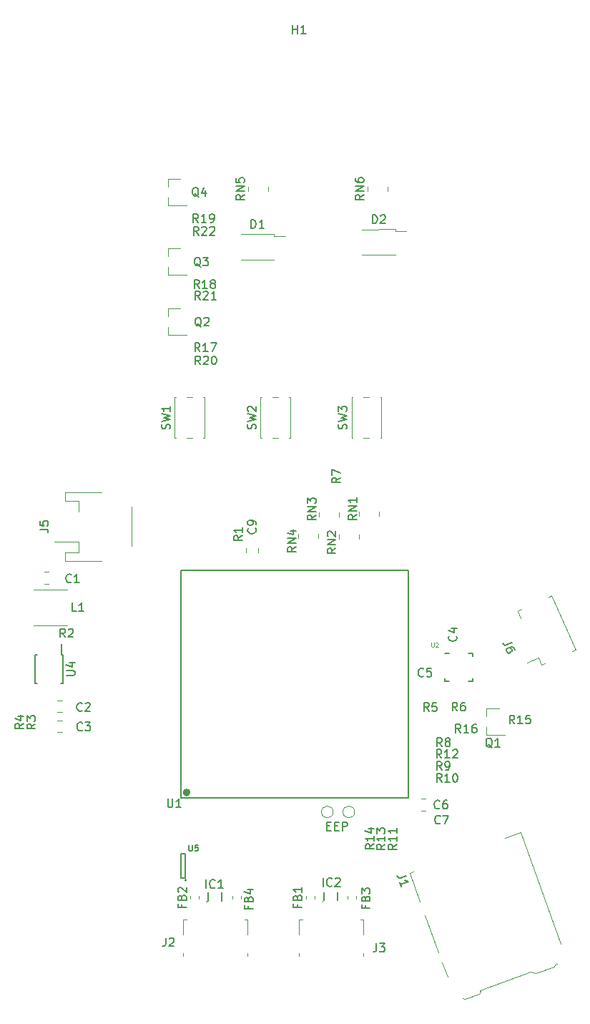
<source format=gbr>
G04 #@! TF.GenerationSoftware,KiCad,Pcbnew,(2018-02-05 revision d1a45d147)-makepkg*
G04 #@! TF.CreationDate,2019-11-12T11:54:18-08:00*
G04 #@! TF.ProjectId,lichen-badge,6C696368656E2D62616467652E6B6963,rev?*
G04 #@! TF.SameCoordinates,Original*
G04 #@! TF.FileFunction,Legend,Top*
G04 #@! TF.FilePolarity,Positive*
%FSLAX46Y46*%
G04 Gerber Fmt 4.6, Leading zero omitted, Abs format (unit mm)*
G04 Created by KiCad (PCBNEW (2018-02-05 revision d1a45d147)-makepkg) date 11/12/19 11:54:18*
%MOMM*%
%LPD*%
G01*
G04 APERTURE LIST*
%ADD10C,0.150000*%
%ADD11C,0.120000*%
%ADD12C,0.127000*%
%ADD13C,0.500000*%
%ADD14C,0.125000*%
G04 APERTURE END LIST*
D10*
X103397513Y-152422551D02*
X103730846Y-152422551D01*
X103873703Y-152946360D02*
X103397513Y-152946360D01*
X103397513Y-151946360D01*
X103873703Y-151946360D01*
X104302275Y-152422551D02*
X104635608Y-152422551D01*
X104778465Y-152946360D02*
X104302275Y-152946360D01*
X104302275Y-151946360D01*
X104778465Y-151946360D01*
X105207037Y-152946360D02*
X105207037Y-151946360D01*
X105587989Y-151946360D01*
X105683227Y-151993980D01*
X105730846Y-152041599D01*
X105778465Y-152136837D01*
X105778465Y-152279694D01*
X105730846Y-152374932D01*
X105683227Y-152422551D01*
X105587989Y-152470170D01*
X105207037Y-152470170D01*
D11*
X95198000Y-120070378D02*
X95198000Y-119553222D01*
X93778000Y-120070378D02*
X93778000Y-119553222D01*
X111450120Y-81813400D02*
X111450120Y-82062000D01*
X112801400Y-82062000D02*
X111449400Y-82062000D01*
X107549400Y-81813400D02*
X111449400Y-81812000D01*
X107549400Y-84812000D02*
X111449400Y-84812000D01*
X97099120Y-82372200D02*
X97099120Y-82620800D01*
X98450400Y-82620800D02*
X97098400Y-82620800D01*
X93198400Y-82372200D02*
X97098400Y-82370800D01*
X93198400Y-85370800D02*
X97098400Y-85370800D01*
X110552400Y-76762800D02*
X110552400Y-77262800D01*
X108192400Y-76762800D02*
X108192400Y-77262800D01*
X96430000Y-76762800D02*
X96430000Y-77262800D01*
X94070000Y-76762800D02*
X94070000Y-77262800D01*
X84584000Y-75831579D02*
X86044000Y-75831579D01*
X84584000Y-78991579D02*
X86744000Y-78991579D01*
X84584000Y-78991579D02*
X84584000Y-78061579D01*
X84584000Y-75831579D02*
X84584000Y-76761579D01*
X84584000Y-84068800D02*
X86044000Y-84068800D01*
X84584000Y-87228800D02*
X86744000Y-87228800D01*
X84584000Y-87228800D02*
X84584000Y-86298800D01*
X84584000Y-84068800D02*
X84584000Y-84998800D01*
X84584000Y-91180800D02*
X86044000Y-91180800D01*
X84584000Y-94340800D02*
X86744000Y-94340800D01*
X84584000Y-94340800D02*
X84584000Y-93410800D01*
X84584000Y-91180800D02*
X84584000Y-92110800D01*
X109786360Y-106534120D02*
X109786360Y-101634120D01*
X106286360Y-101634120D02*
X106286360Y-106534120D01*
X107686360Y-101634120D02*
X108386360Y-101634120D01*
X107686360Y-106534120D02*
X108386360Y-106534120D01*
X106286360Y-106534120D02*
X106386360Y-106534120D01*
X109686360Y-106534120D02*
X109786360Y-106534120D01*
X109786360Y-101634120D02*
X109686360Y-101634120D01*
X106286360Y-101634120D02*
X106386360Y-101634120D01*
X99016760Y-106534120D02*
X99016760Y-101634120D01*
X95516760Y-101634120D02*
X95516760Y-106534120D01*
X96916760Y-101634120D02*
X97616760Y-101634120D01*
X96916760Y-106534120D02*
X97616760Y-106534120D01*
X95516760Y-106534120D02*
X95616760Y-106534120D01*
X98916760Y-106534120D02*
X99016760Y-106534120D01*
X99016760Y-101634120D02*
X98916760Y-101634120D01*
X95516760Y-101634120D02*
X95616760Y-101634120D01*
X88856760Y-106534120D02*
X88856760Y-101634120D01*
X85356760Y-101634120D02*
X85356760Y-106534120D01*
X86756760Y-101634120D02*
X87456760Y-101634120D01*
X86756760Y-106534120D02*
X87456760Y-106534120D01*
X85356760Y-106534120D02*
X85456760Y-106534120D01*
X88756760Y-106534120D02*
X88856760Y-106534120D01*
X88856760Y-101634120D02*
X88756760Y-101634120D01*
X85356760Y-101634120D02*
X85456760Y-101634120D01*
X122272520Y-138495920D02*
X122272520Y-139425920D01*
X122272520Y-141655920D02*
X122272520Y-140725920D01*
X122272520Y-141655920D02*
X124432520Y-141655920D01*
X122272520Y-138495920D02*
X123732520Y-138495920D01*
X124482331Y-153831331D02*
X126286541Y-153174653D01*
X126286541Y-153174653D02*
X131078243Y-166339746D01*
X113581897Y-157798765D02*
X113159035Y-157952674D01*
X113159035Y-157952674D02*
X114393728Y-161344965D01*
X130272525Y-169038046D02*
X128101835Y-169828112D01*
X119691586Y-172889192D02*
X121439415Y-172253035D01*
X119691586Y-172889192D02*
X119435244Y-172769658D01*
X114975162Y-162942442D02*
X116582657Y-167358997D01*
X117027283Y-168580598D02*
X117642919Y-170272044D01*
X121517043Y-171852318D02*
X127502885Y-169673650D01*
X121517043Y-171852318D02*
X121568346Y-171993272D01*
X121439415Y-172253035D02*
X121568346Y-171993272D01*
X130272525Y-169038046D02*
X130392060Y-168781703D01*
X130392060Y-168781703D02*
X130636380Y-168692778D01*
X128101835Y-169828112D02*
X127502885Y-169673650D01*
X106668800Y-150749000D02*
G75*
G03X106668800Y-150749000I-700000J0D01*
G01*
X104128800Y-150749000D02*
G75*
G03X104128800Y-150749000I-700000J0D01*
G01*
X129196810Y-133134594D02*
X128785714Y-133317626D01*
X128785714Y-133317626D02*
X128399315Y-132449757D01*
X128399315Y-132449757D02*
X127038132Y-133055795D01*
X126361856Y-126767182D02*
X125950760Y-126950214D01*
X125950760Y-126950214D02*
X126337160Y-127818082D01*
X132412490Y-131702881D02*
X132823585Y-131519850D01*
X132823585Y-131519850D02*
X129988631Y-125152438D01*
X129988631Y-125152438D02*
X129577536Y-125335469D01*
X93169200Y-161046379D02*
X93169200Y-160720821D01*
X92149200Y-161046379D02*
X92149200Y-160720821D01*
X106859800Y-161046379D02*
X106859800Y-160720821D01*
X105839800Y-161046379D02*
X105839800Y-160720821D01*
X88216200Y-161046379D02*
X88216200Y-160720821D01*
X87196200Y-161046379D02*
X87196200Y-160720821D01*
X101906800Y-161046379D02*
X101906800Y-160720821D01*
X100886800Y-161046379D02*
X100886800Y-160720821D01*
X115066578Y-149200800D02*
X114549422Y-149200800D01*
X115066578Y-150620800D02*
X114549422Y-150620800D01*
X68619620Y-128663120D02*
X72619620Y-128663120D01*
X68619620Y-124463120D02*
X72619620Y-124463120D01*
X71478642Y-141319320D02*
X71995798Y-141319320D01*
X71478642Y-139899320D02*
X71995798Y-139899320D01*
X71478642Y-138957120D02*
X71995798Y-138957120D01*
X71478642Y-137537120D02*
X71995798Y-137537120D01*
X69911462Y-123783160D02*
X70428618Y-123783160D01*
X69911462Y-122363160D02*
X70428618Y-122363160D01*
X102328960Y-117817200D02*
X102328960Y-118317200D01*
X99968960Y-117817200D02*
X99968960Y-118317200D01*
X104804380Y-115325080D02*
X104804380Y-115825080D01*
X102444380Y-115325080D02*
X102444380Y-115825080D01*
X107186200Y-117890860D02*
X107186200Y-118390860D01*
X104826200Y-117890860D02*
X104826200Y-118390860D01*
X109538940Y-115182840D02*
X109538940Y-115682840D01*
X107178940Y-115182840D02*
X107178940Y-115682840D01*
D10*
X71967220Y-132152520D02*
X71967220Y-130902520D01*
X68792220Y-132152520D02*
X68792220Y-135502520D01*
X72142220Y-132152520D02*
X72142220Y-135502520D01*
X68792220Y-132152520D02*
X69042220Y-132152520D01*
X68792220Y-135502520D02*
X69042220Y-135502520D01*
X72142220Y-135502520D02*
X71892220Y-135502520D01*
X72142220Y-132152520D02*
X71967220Y-132152520D01*
D11*
X76657400Y-121027000D02*
X72407400Y-121027000D01*
X72407400Y-121027000D02*
X72407400Y-120007000D01*
X72407400Y-120007000D02*
X74007400Y-120007000D01*
X74007400Y-120007000D02*
X74007400Y-118727000D01*
X74007400Y-118727000D02*
X71117400Y-118727000D01*
X76657400Y-112907000D02*
X72407400Y-112907000D01*
X72407400Y-112907000D02*
X72407400Y-113927000D01*
X72407400Y-113927000D02*
X74007400Y-113927000D01*
X74007400Y-113927000D02*
X74007400Y-115207000D01*
X80227400Y-119307000D02*
X80227400Y-114627000D01*
D10*
X86584600Y-158549000D02*
X86584600Y-155649000D01*
X86584600Y-155649000D02*
X86084600Y-155649000D01*
X86084600Y-155649000D02*
X86084600Y-158549000D01*
X86084600Y-158549000D02*
X86584600Y-158549000D01*
X86734600Y-158799000D02*
G75*
G03X86734600Y-158799000I-100000J0D01*
G01*
D12*
X102887780Y-161350960D02*
G75*
G03X102887780Y-161350960I-22860J0D01*
G01*
X102991920Y-161229040D02*
X102991920Y-160233360D01*
X104627680Y-160233360D02*
X104627680Y-161229040D01*
X89171780Y-161376360D02*
G75*
G03X89171780Y-161376360I-22860J0D01*
G01*
X89275920Y-161254440D02*
X89275920Y-160258760D01*
X90911680Y-160258760D02*
X90911680Y-161254440D01*
D11*
X86360000Y-167750800D02*
X86360000Y-167490800D01*
X86360000Y-165210800D02*
X86360000Y-163440800D01*
X86360000Y-163440800D02*
X86740000Y-163440800D01*
X93980000Y-163440800D02*
X93980000Y-165210800D01*
X93980000Y-167490800D02*
X93980000Y-167750800D01*
X93980000Y-163440800D02*
X93600000Y-163440800D01*
X100076000Y-167750800D02*
X100076000Y-167490800D01*
X100076000Y-165210800D02*
X100076000Y-163440800D01*
X100076000Y-163440800D02*
X100456000Y-163440800D01*
X107696000Y-163440800D02*
X107696000Y-165210800D01*
X107696000Y-167490800D02*
X107696000Y-167750800D01*
X107696000Y-163440800D02*
X107316000Y-163440800D01*
D10*
X86106000Y-149098000D02*
X86106000Y-122174000D01*
X86106000Y-122174000D02*
X113030000Y-122174000D01*
X113030000Y-122174000D02*
X113030000Y-149098000D01*
X113030000Y-149098000D02*
X86106000Y-149098000D01*
D13*
X86968000Y-148436000D02*
G75*
G03X86968000Y-148436000I-200000J0D01*
G01*
D10*
X120606220Y-131999320D02*
X120106220Y-131999320D01*
X120606220Y-135249320D02*
X120106220Y-135249320D01*
X117356220Y-135249320D02*
X117856220Y-135249320D01*
X117356220Y-131999320D02*
X117856220Y-131999320D01*
X120606220Y-135249320D02*
X120606220Y-134924320D01*
X117356220Y-135249320D02*
X117356220Y-134924320D01*
X120606220Y-131999320D02*
X120606220Y-132324320D01*
X94895942Y-117184466D02*
X94943561Y-117232085D01*
X94991180Y-117374942D01*
X94991180Y-117470180D01*
X94943561Y-117613038D01*
X94848323Y-117708276D01*
X94753085Y-117755895D01*
X94562609Y-117803514D01*
X94419752Y-117803514D01*
X94229276Y-117755895D01*
X94134038Y-117708276D01*
X94038800Y-117613038D01*
X93991180Y-117470180D01*
X93991180Y-117374942D01*
X94038800Y-117232085D01*
X94086419Y-117184466D01*
X94991180Y-116708276D02*
X94991180Y-116517800D01*
X94943561Y-116422561D01*
X94895942Y-116374942D01*
X94753085Y-116279704D01*
X94562609Y-116232085D01*
X94181657Y-116232085D01*
X94086419Y-116279704D01*
X94038800Y-116327323D01*
X93991180Y-116422561D01*
X93991180Y-116613038D01*
X94038800Y-116708276D01*
X94086419Y-116755895D01*
X94181657Y-116803514D01*
X94419752Y-116803514D01*
X94514990Y-116755895D01*
X94562609Y-116708276D01*
X94610228Y-116613038D01*
X94610228Y-116422561D01*
X94562609Y-116327323D01*
X94514990Y-116279704D01*
X94419752Y-116232085D01*
X108761304Y-81114380D02*
X108761304Y-80114380D01*
X108999400Y-80114380D01*
X109142257Y-80162000D01*
X109237495Y-80257238D01*
X109285114Y-80352476D01*
X109332733Y-80542952D01*
X109332733Y-80685809D01*
X109285114Y-80876285D01*
X109237495Y-80971523D01*
X109142257Y-81066761D01*
X108999400Y-81114380D01*
X108761304Y-81114380D01*
X109713685Y-80209619D02*
X109761304Y-80162000D01*
X109856542Y-80114380D01*
X110094638Y-80114380D01*
X110189876Y-80162000D01*
X110237495Y-80209619D01*
X110285114Y-80304857D01*
X110285114Y-80400095D01*
X110237495Y-80542952D01*
X109666066Y-81114380D01*
X110285114Y-81114380D01*
X94410304Y-81673180D02*
X94410304Y-80673180D01*
X94648400Y-80673180D01*
X94791257Y-80720800D01*
X94886495Y-80816038D01*
X94934114Y-80911276D01*
X94981733Y-81101752D01*
X94981733Y-81244609D01*
X94934114Y-81435085D01*
X94886495Y-81530323D01*
X94791257Y-81625561D01*
X94648400Y-81673180D01*
X94410304Y-81673180D01*
X95934114Y-81673180D02*
X95362685Y-81673180D01*
X95648400Y-81673180D02*
X95648400Y-80673180D01*
X95553161Y-80816038D01*
X95457923Y-80911276D01*
X95362685Y-80958895D01*
X99314095Y-58636780D02*
X99314095Y-57636780D01*
X99314095Y-58112971D02*
X99885523Y-58112971D01*
X99885523Y-58636780D02*
X99885523Y-57636780D01*
X100885523Y-58636780D02*
X100314095Y-58636780D01*
X100599809Y-58636780D02*
X100599809Y-57636780D01*
X100504571Y-57779638D01*
X100409333Y-57874876D01*
X100314095Y-57922495D01*
X107724780Y-77703276D02*
X107248590Y-78036609D01*
X107724780Y-78274704D02*
X106724780Y-78274704D01*
X106724780Y-77893752D01*
X106772400Y-77798514D01*
X106820019Y-77750895D01*
X106915257Y-77703276D01*
X107058114Y-77703276D01*
X107153352Y-77750895D01*
X107200971Y-77798514D01*
X107248590Y-77893752D01*
X107248590Y-78274704D01*
X107724780Y-77274704D02*
X106724780Y-77274704D01*
X107724780Y-76703276D01*
X106724780Y-76703276D01*
X106724780Y-75798514D02*
X106724780Y-75988990D01*
X106772400Y-76084228D01*
X106820019Y-76131847D01*
X106962876Y-76227085D01*
X107153352Y-76274704D01*
X107534304Y-76274704D01*
X107629542Y-76227085D01*
X107677161Y-76179466D01*
X107724780Y-76084228D01*
X107724780Y-75893752D01*
X107677161Y-75798514D01*
X107629542Y-75750895D01*
X107534304Y-75703276D01*
X107296209Y-75703276D01*
X107200971Y-75750895D01*
X107153352Y-75798514D01*
X107105733Y-75893752D01*
X107105733Y-76084228D01*
X107153352Y-76179466D01*
X107200971Y-76227085D01*
X107296209Y-76274704D01*
X93602380Y-77703276D02*
X93126190Y-78036609D01*
X93602380Y-78274704D02*
X92602380Y-78274704D01*
X92602380Y-77893752D01*
X92650000Y-77798514D01*
X92697619Y-77750895D01*
X92792857Y-77703276D01*
X92935714Y-77703276D01*
X93030952Y-77750895D01*
X93078571Y-77798514D01*
X93126190Y-77893752D01*
X93126190Y-78274704D01*
X93602380Y-77274704D02*
X92602380Y-77274704D01*
X93602380Y-76703276D01*
X92602380Y-76703276D01*
X92602380Y-75750895D02*
X92602380Y-76227085D01*
X93078571Y-76274704D01*
X93030952Y-76227085D01*
X92983333Y-76131847D01*
X92983333Y-75893752D01*
X93030952Y-75798514D01*
X93078571Y-75750895D01*
X93173809Y-75703276D01*
X93411904Y-75703276D01*
X93507142Y-75750895D01*
X93554761Y-75798514D01*
X93602380Y-75893752D01*
X93602380Y-76131847D01*
X93554761Y-76227085D01*
X93507142Y-76274704D01*
X88180942Y-82494380D02*
X87847609Y-82018190D01*
X87609514Y-82494380D02*
X87609514Y-81494380D01*
X87990466Y-81494380D01*
X88085704Y-81542000D01*
X88133323Y-81589619D01*
X88180942Y-81684857D01*
X88180942Y-81827714D01*
X88133323Y-81922952D01*
X88085704Y-81970571D01*
X87990466Y-82018190D01*
X87609514Y-82018190D01*
X88561895Y-81589619D02*
X88609514Y-81542000D01*
X88704752Y-81494380D01*
X88942847Y-81494380D01*
X89038085Y-81542000D01*
X89085704Y-81589619D01*
X89133323Y-81684857D01*
X89133323Y-81780095D01*
X89085704Y-81922952D01*
X88514276Y-82494380D01*
X89133323Y-82494380D01*
X89514276Y-81589619D02*
X89561895Y-81542000D01*
X89657133Y-81494380D01*
X89895228Y-81494380D01*
X89990466Y-81542000D01*
X90038085Y-81589619D01*
X90085704Y-81684857D01*
X90085704Y-81780095D01*
X90038085Y-81922952D01*
X89466657Y-82494380D01*
X90085704Y-82494380D01*
X88358742Y-90139780D02*
X88025409Y-89663590D01*
X87787314Y-90139780D02*
X87787314Y-89139780D01*
X88168266Y-89139780D01*
X88263504Y-89187400D01*
X88311123Y-89235019D01*
X88358742Y-89330257D01*
X88358742Y-89473114D01*
X88311123Y-89568352D01*
X88263504Y-89615971D01*
X88168266Y-89663590D01*
X87787314Y-89663590D01*
X88739695Y-89235019D02*
X88787314Y-89187400D01*
X88882552Y-89139780D01*
X89120647Y-89139780D01*
X89215885Y-89187400D01*
X89263504Y-89235019D01*
X89311123Y-89330257D01*
X89311123Y-89425495D01*
X89263504Y-89568352D01*
X88692076Y-90139780D01*
X89311123Y-90139780D01*
X90263504Y-90139780D02*
X89692076Y-90139780D01*
X89977790Y-90139780D02*
X89977790Y-89139780D01*
X89882552Y-89282638D01*
X89787314Y-89377876D01*
X89692076Y-89425495D01*
X88384142Y-97810580D02*
X88050809Y-97334390D01*
X87812714Y-97810580D02*
X87812714Y-96810580D01*
X88193666Y-96810580D01*
X88288904Y-96858200D01*
X88336523Y-96905819D01*
X88384142Y-97001057D01*
X88384142Y-97143914D01*
X88336523Y-97239152D01*
X88288904Y-97286771D01*
X88193666Y-97334390D01*
X87812714Y-97334390D01*
X88765095Y-96905819D02*
X88812714Y-96858200D01*
X88907952Y-96810580D01*
X89146047Y-96810580D01*
X89241285Y-96858200D01*
X89288904Y-96905819D01*
X89336523Y-97001057D01*
X89336523Y-97096295D01*
X89288904Y-97239152D01*
X88717476Y-97810580D01*
X89336523Y-97810580D01*
X89955571Y-96810580D02*
X90050809Y-96810580D01*
X90146047Y-96858200D01*
X90193666Y-96905819D01*
X90241285Y-97001057D01*
X90288904Y-97191533D01*
X90288904Y-97429628D01*
X90241285Y-97620104D01*
X90193666Y-97715342D01*
X90146047Y-97762961D01*
X90050809Y-97810580D01*
X89955571Y-97810580D01*
X89860333Y-97762961D01*
X89812714Y-97715342D01*
X89765095Y-97620104D01*
X89717476Y-97429628D01*
X89717476Y-97191533D01*
X89765095Y-97001057D01*
X89812714Y-96905819D01*
X89860333Y-96858200D01*
X89955571Y-96810580D01*
X88130142Y-80995780D02*
X87796809Y-80519590D01*
X87558714Y-80995780D02*
X87558714Y-79995780D01*
X87939666Y-79995780D01*
X88034904Y-80043400D01*
X88082523Y-80091019D01*
X88130142Y-80186257D01*
X88130142Y-80329114D01*
X88082523Y-80424352D01*
X88034904Y-80471971D01*
X87939666Y-80519590D01*
X87558714Y-80519590D01*
X89082523Y-80995780D02*
X88511095Y-80995780D01*
X88796809Y-80995780D02*
X88796809Y-79995780D01*
X88701571Y-80138638D01*
X88606333Y-80233876D01*
X88511095Y-80281495D01*
X89558714Y-80995780D02*
X89749190Y-80995780D01*
X89844428Y-80948161D01*
X89892047Y-80900542D01*
X89987285Y-80757685D01*
X90034904Y-80567209D01*
X90034904Y-80186257D01*
X89987285Y-80091019D01*
X89939666Y-80043400D01*
X89844428Y-79995780D01*
X89653952Y-79995780D01*
X89558714Y-80043400D01*
X89511095Y-80091019D01*
X89463476Y-80186257D01*
X89463476Y-80424352D01*
X89511095Y-80519590D01*
X89558714Y-80567209D01*
X89653952Y-80614828D01*
X89844428Y-80614828D01*
X89939666Y-80567209D01*
X89987285Y-80519590D01*
X90034904Y-80424352D01*
X88257142Y-88793580D02*
X87923809Y-88317390D01*
X87685714Y-88793580D02*
X87685714Y-87793580D01*
X88066666Y-87793580D01*
X88161904Y-87841200D01*
X88209523Y-87888819D01*
X88257142Y-87984057D01*
X88257142Y-88126914D01*
X88209523Y-88222152D01*
X88161904Y-88269771D01*
X88066666Y-88317390D01*
X87685714Y-88317390D01*
X89209523Y-88793580D02*
X88638095Y-88793580D01*
X88923809Y-88793580D02*
X88923809Y-87793580D01*
X88828571Y-87936438D01*
X88733333Y-88031676D01*
X88638095Y-88079295D01*
X89780952Y-88222152D02*
X89685714Y-88174533D01*
X89638095Y-88126914D01*
X89590476Y-88031676D01*
X89590476Y-87984057D01*
X89638095Y-87888819D01*
X89685714Y-87841200D01*
X89780952Y-87793580D01*
X89971428Y-87793580D01*
X90066666Y-87841200D01*
X90114285Y-87888819D01*
X90161904Y-87984057D01*
X90161904Y-88031676D01*
X90114285Y-88126914D01*
X90066666Y-88174533D01*
X89971428Y-88222152D01*
X89780952Y-88222152D01*
X89685714Y-88269771D01*
X89638095Y-88317390D01*
X89590476Y-88412628D01*
X89590476Y-88603104D01*
X89638095Y-88698342D01*
X89685714Y-88745961D01*
X89780952Y-88793580D01*
X89971428Y-88793580D01*
X90066666Y-88745961D01*
X90114285Y-88698342D01*
X90161904Y-88603104D01*
X90161904Y-88412628D01*
X90114285Y-88317390D01*
X90066666Y-88269771D01*
X89971428Y-88222152D01*
X88333342Y-96261180D02*
X88000009Y-95784990D01*
X87761914Y-96261180D02*
X87761914Y-95261180D01*
X88142866Y-95261180D01*
X88238104Y-95308800D01*
X88285723Y-95356419D01*
X88333342Y-95451657D01*
X88333342Y-95594514D01*
X88285723Y-95689752D01*
X88238104Y-95737371D01*
X88142866Y-95784990D01*
X87761914Y-95784990D01*
X89285723Y-96261180D02*
X88714295Y-96261180D01*
X89000009Y-96261180D02*
X89000009Y-95261180D01*
X88904771Y-95404038D01*
X88809533Y-95499276D01*
X88714295Y-95546895D01*
X89619057Y-95261180D02*
X90285723Y-95261180D01*
X89857152Y-96261180D01*
X88195161Y-77966819D02*
X88099923Y-77919200D01*
X88004685Y-77823961D01*
X87861828Y-77681104D01*
X87766590Y-77633485D01*
X87671352Y-77633485D01*
X87718971Y-77871580D02*
X87623733Y-77823961D01*
X87528495Y-77728723D01*
X87480876Y-77538247D01*
X87480876Y-77204914D01*
X87528495Y-77014438D01*
X87623733Y-76919200D01*
X87718971Y-76871580D01*
X87909447Y-76871580D01*
X88004685Y-76919200D01*
X88099923Y-77014438D01*
X88147542Y-77204914D01*
X88147542Y-77538247D01*
X88099923Y-77728723D01*
X88004685Y-77823961D01*
X87909447Y-77871580D01*
X87718971Y-77871580D01*
X89004685Y-77204914D02*
X89004685Y-77871580D01*
X88766590Y-76823961D02*
X88528495Y-77538247D01*
X89147542Y-77538247D01*
X88423761Y-86221819D02*
X88328523Y-86174200D01*
X88233285Y-86078961D01*
X88090428Y-85936104D01*
X87995190Y-85888485D01*
X87899952Y-85888485D01*
X87947571Y-86126580D02*
X87852333Y-86078961D01*
X87757095Y-85983723D01*
X87709476Y-85793247D01*
X87709476Y-85459914D01*
X87757095Y-85269438D01*
X87852333Y-85174200D01*
X87947571Y-85126580D01*
X88138047Y-85126580D01*
X88233285Y-85174200D01*
X88328523Y-85269438D01*
X88376142Y-85459914D01*
X88376142Y-85793247D01*
X88328523Y-85983723D01*
X88233285Y-86078961D01*
X88138047Y-86126580D01*
X87947571Y-86126580D01*
X88709476Y-85126580D02*
X89328523Y-85126580D01*
X88995190Y-85507533D01*
X89138047Y-85507533D01*
X89233285Y-85555152D01*
X89280904Y-85602771D01*
X89328523Y-85698009D01*
X89328523Y-85936104D01*
X89280904Y-86031342D01*
X89233285Y-86078961D01*
X89138047Y-86126580D01*
X88852333Y-86126580D01*
X88757095Y-86078961D01*
X88709476Y-86031342D01*
X88499961Y-93333819D02*
X88404723Y-93286200D01*
X88309485Y-93190961D01*
X88166628Y-93048104D01*
X88071390Y-93000485D01*
X87976152Y-93000485D01*
X88023771Y-93238580D02*
X87928533Y-93190961D01*
X87833295Y-93095723D01*
X87785676Y-92905247D01*
X87785676Y-92571914D01*
X87833295Y-92381438D01*
X87928533Y-92286200D01*
X88023771Y-92238580D01*
X88214247Y-92238580D01*
X88309485Y-92286200D01*
X88404723Y-92381438D01*
X88452342Y-92571914D01*
X88452342Y-92905247D01*
X88404723Y-93095723D01*
X88309485Y-93190961D01*
X88214247Y-93238580D01*
X88023771Y-93238580D01*
X88833295Y-92333819D02*
X88880914Y-92286200D01*
X88976152Y-92238580D01*
X89214247Y-92238580D01*
X89309485Y-92286200D01*
X89357104Y-92333819D01*
X89404723Y-92429057D01*
X89404723Y-92524295D01*
X89357104Y-92667152D01*
X88785676Y-93238580D01*
X89404723Y-93238580D01*
X105691121Y-105417453D02*
X105738740Y-105274596D01*
X105738740Y-105036500D01*
X105691121Y-104941262D01*
X105643502Y-104893643D01*
X105548264Y-104846024D01*
X105453026Y-104846024D01*
X105357788Y-104893643D01*
X105310169Y-104941262D01*
X105262550Y-105036500D01*
X105214931Y-105226977D01*
X105167312Y-105322215D01*
X105119693Y-105369834D01*
X105024455Y-105417453D01*
X104929217Y-105417453D01*
X104833979Y-105369834D01*
X104786360Y-105322215D01*
X104738740Y-105226977D01*
X104738740Y-104988881D01*
X104786360Y-104846024D01*
X104738740Y-104512691D02*
X105738740Y-104274596D01*
X105024455Y-104084120D01*
X105738740Y-103893643D01*
X104738740Y-103655548D01*
X104738740Y-103369834D02*
X104738740Y-102750786D01*
X105119693Y-103084120D01*
X105119693Y-102941262D01*
X105167312Y-102846024D01*
X105214931Y-102798405D01*
X105310169Y-102750786D01*
X105548264Y-102750786D01*
X105643502Y-102798405D01*
X105691121Y-102846024D01*
X105738740Y-102941262D01*
X105738740Y-103226977D01*
X105691121Y-103322215D01*
X105643502Y-103369834D01*
X94921521Y-105417453D02*
X94969140Y-105274596D01*
X94969140Y-105036500D01*
X94921521Y-104941262D01*
X94873902Y-104893643D01*
X94778664Y-104846024D01*
X94683426Y-104846024D01*
X94588188Y-104893643D01*
X94540569Y-104941262D01*
X94492950Y-105036500D01*
X94445331Y-105226977D01*
X94397712Y-105322215D01*
X94350093Y-105369834D01*
X94254855Y-105417453D01*
X94159617Y-105417453D01*
X94064379Y-105369834D01*
X94016760Y-105322215D01*
X93969140Y-105226977D01*
X93969140Y-104988881D01*
X94016760Y-104846024D01*
X93969140Y-104512691D02*
X94969140Y-104274596D01*
X94254855Y-104084120D01*
X94969140Y-103893643D01*
X93969140Y-103655548D01*
X94064379Y-103322215D02*
X94016760Y-103274596D01*
X93969140Y-103179358D01*
X93969140Y-102941262D01*
X94016760Y-102846024D01*
X94064379Y-102798405D01*
X94159617Y-102750786D01*
X94254855Y-102750786D01*
X94397712Y-102798405D01*
X94969140Y-103369834D01*
X94969140Y-102750786D01*
X84761521Y-105417453D02*
X84809140Y-105274596D01*
X84809140Y-105036500D01*
X84761521Y-104941262D01*
X84713902Y-104893643D01*
X84618664Y-104846024D01*
X84523426Y-104846024D01*
X84428188Y-104893643D01*
X84380569Y-104941262D01*
X84332950Y-105036500D01*
X84285331Y-105226977D01*
X84237712Y-105322215D01*
X84190093Y-105369834D01*
X84094855Y-105417453D01*
X83999617Y-105417453D01*
X83904379Y-105369834D01*
X83856760Y-105322215D01*
X83809140Y-105226977D01*
X83809140Y-104988881D01*
X83856760Y-104846024D01*
X83809140Y-104512691D02*
X84809140Y-104274596D01*
X84094855Y-104084120D01*
X84809140Y-103893643D01*
X83809140Y-103655548D01*
X84809140Y-102750786D02*
X84809140Y-103322215D01*
X84809140Y-103036500D02*
X83809140Y-103036500D01*
X83951998Y-103131739D01*
X84047236Y-103226977D01*
X84094855Y-103322215D01*
X122937281Y-143123539D02*
X122842043Y-143075920D01*
X122746805Y-142980681D01*
X122603948Y-142837824D01*
X122508710Y-142790205D01*
X122413472Y-142790205D01*
X122461091Y-143028300D02*
X122365853Y-142980681D01*
X122270615Y-142885443D01*
X122222996Y-142694967D01*
X122222996Y-142361634D01*
X122270615Y-142171158D01*
X122365853Y-142075920D01*
X122461091Y-142028300D01*
X122651567Y-142028300D01*
X122746805Y-142075920D01*
X122842043Y-142171158D01*
X122889662Y-142361634D01*
X122889662Y-142694967D01*
X122842043Y-142885443D01*
X122746805Y-142980681D01*
X122651567Y-143028300D01*
X122461091Y-143028300D01*
X123842043Y-143028300D02*
X123270615Y-143028300D01*
X123556329Y-143028300D02*
X123556329Y-142028300D01*
X123461091Y-142171158D01*
X123365853Y-142266396D01*
X123270615Y-142314015D01*
X119207042Y-141362360D02*
X118873709Y-140886170D01*
X118635614Y-141362360D02*
X118635614Y-140362360D01*
X119016566Y-140362360D01*
X119111804Y-140409980D01*
X119159423Y-140457599D01*
X119207042Y-140552837D01*
X119207042Y-140695694D01*
X119159423Y-140790932D01*
X119111804Y-140838551D01*
X119016566Y-140886170D01*
X118635614Y-140886170D01*
X120159423Y-141362360D02*
X119587995Y-141362360D01*
X119873709Y-141362360D02*
X119873709Y-140362360D01*
X119778471Y-140505218D01*
X119683233Y-140600456D01*
X119587995Y-140648075D01*
X121016566Y-140362360D02*
X120826090Y-140362360D01*
X120730852Y-140409980D01*
X120683233Y-140457599D01*
X120587995Y-140600456D01*
X120540376Y-140790932D01*
X120540376Y-141171884D01*
X120587995Y-141267122D01*
X120635614Y-141314741D01*
X120730852Y-141362360D01*
X120921328Y-141362360D01*
X121016566Y-141314741D01*
X121064185Y-141267122D01*
X121111804Y-141171884D01*
X121111804Y-140933789D01*
X121064185Y-140838551D01*
X121016566Y-140790932D01*
X120921328Y-140743313D01*
X120730852Y-140743313D01*
X120635614Y-140790932D01*
X120587995Y-140838551D01*
X120540376Y-140933789D01*
X125579902Y-140313340D02*
X125246569Y-139837150D01*
X125008474Y-140313340D02*
X125008474Y-139313340D01*
X125389426Y-139313340D01*
X125484664Y-139360960D01*
X125532283Y-139408579D01*
X125579902Y-139503817D01*
X125579902Y-139646674D01*
X125532283Y-139741912D01*
X125484664Y-139789531D01*
X125389426Y-139837150D01*
X125008474Y-139837150D01*
X126532283Y-140313340D02*
X125960855Y-140313340D01*
X126246569Y-140313340D02*
X126246569Y-139313340D01*
X126151331Y-139456198D01*
X126056093Y-139551436D01*
X125960855Y-139599055D01*
X127437045Y-139313340D02*
X126960855Y-139313340D01*
X126913236Y-139789531D01*
X126960855Y-139741912D01*
X127056093Y-139694293D01*
X127294188Y-139694293D01*
X127389426Y-139741912D01*
X127437045Y-139789531D01*
X127484664Y-139884769D01*
X127484664Y-140122864D01*
X127437045Y-140218102D01*
X127389426Y-140265721D01*
X127294188Y-140313340D01*
X127056093Y-140313340D01*
X126960855Y-140265721D01*
X126913236Y-140218102D01*
X117000993Y-142997180D02*
X116667660Y-142520990D01*
X116429564Y-142997180D02*
X116429564Y-141997180D01*
X116810517Y-141997180D01*
X116905755Y-142044800D01*
X116953374Y-142092419D01*
X117000993Y-142187657D01*
X117000993Y-142330514D01*
X116953374Y-142425752D01*
X116905755Y-142473371D01*
X116810517Y-142520990D01*
X116429564Y-142520990D01*
X117572421Y-142425752D02*
X117477183Y-142378133D01*
X117429564Y-142330514D01*
X117381945Y-142235276D01*
X117381945Y-142187657D01*
X117429564Y-142092419D01*
X117477183Y-142044800D01*
X117572421Y-141997180D01*
X117762898Y-141997180D01*
X117858136Y-142044800D01*
X117905755Y-142092419D01*
X117953374Y-142187657D01*
X117953374Y-142235276D01*
X117905755Y-142330514D01*
X117858136Y-142378133D01*
X117762898Y-142425752D01*
X117572421Y-142425752D01*
X117477183Y-142473371D01*
X117429564Y-142520990D01*
X117381945Y-142616228D01*
X117381945Y-142806704D01*
X117429564Y-142901942D01*
X117477183Y-142949561D01*
X117572421Y-142997180D01*
X117762898Y-142997180D01*
X117858136Y-142949561D01*
X117905755Y-142901942D01*
X117953374Y-142806704D01*
X117953374Y-142616228D01*
X117905755Y-142520990D01*
X117858136Y-142473371D01*
X117762898Y-142425752D01*
X112755151Y-158297258D02*
X112083942Y-158541558D01*
X111933414Y-158545671D01*
X111811346Y-158488750D01*
X111717739Y-158370794D01*
X111685165Y-158281300D01*
X112157479Y-159578971D02*
X111962039Y-159042003D01*
X112059759Y-159310487D02*
X112999451Y-158968467D01*
X112832636Y-158927832D01*
X112710568Y-158870911D01*
X112633248Y-158797703D01*
X125275496Y-130700789D02*
X124622963Y-130991315D01*
X124473088Y-131005918D01*
X124347347Y-130957650D01*
X124245740Y-130846512D01*
X124207003Y-130759508D01*
X125643495Y-131527330D02*
X125566022Y-131353321D01*
X125483783Y-131285685D01*
X125420912Y-131261551D01*
X125251669Y-131232652D01*
X125058292Y-131266624D01*
X124710274Y-131421571D01*
X124642638Y-131503810D01*
X124618505Y-131566681D01*
X124613739Y-131673053D01*
X124691213Y-131847062D01*
X124773452Y-131914698D01*
X124836323Y-131938832D01*
X124942695Y-131943597D01*
X125160206Y-131846755D01*
X125227842Y-131764516D01*
X125251976Y-131701645D01*
X125256741Y-131595273D01*
X125179268Y-131421264D01*
X125097029Y-131353628D01*
X125034158Y-131329494D01*
X124927785Y-131324729D01*
X93337640Y-118040446D02*
X92861450Y-118373780D01*
X93337640Y-118611875D02*
X92337640Y-118611875D01*
X92337640Y-118230922D01*
X92385260Y-118135684D01*
X92432879Y-118088065D01*
X92528117Y-118040446D01*
X92670974Y-118040446D01*
X92766212Y-118088065D01*
X92813831Y-118135684D01*
X92861450Y-118230922D01*
X92861450Y-118611875D01*
X93337640Y-117088065D02*
X93337640Y-117659494D01*
X93337640Y-117373780D02*
X92337640Y-117373780D01*
X92480498Y-117469018D01*
X92575736Y-117564256D01*
X92623355Y-117659494D01*
X94086371Y-161894733D02*
X94086371Y-162228066D01*
X94610180Y-162228066D02*
X93610180Y-162228066D01*
X93610180Y-161751876D01*
X94086371Y-161037590D02*
X94133990Y-160894733D01*
X94181609Y-160847114D01*
X94276847Y-160799495D01*
X94419704Y-160799495D01*
X94514942Y-160847114D01*
X94562561Y-160894733D01*
X94610180Y-160989971D01*
X94610180Y-161370923D01*
X93610180Y-161370923D01*
X93610180Y-161037590D01*
X93657800Y-160942352D01*
X93705419Y-160894733D01*
X93800657Y-160847114D01*
X93895895Y-160847114D01*
X93991133Y-160894733D01*
X94038752Y-160942352D01*
X94086371Y-161037590D01*
X94086371Y-161370923D01*
X93943514Y-159942352D02*
X94610180Y-159942352D01*
X93562561Y-160180447D02*
X94276847Y-160418542D01*
X94276847Y-159799495D01*
X107954771Y-161818533D02*
X107954771Y-162151866D01*
X108478580Y-162151866D02*
X107478580Y-162151866D01*
X107478580Y-161675676D01*
X107954771Y-160961390D02*
X108002390Y-160818533D01*
X108050009Y-160770914D01*
X108145247Y-160723295D01*
X108288104Y-160723295D01*
X108383342Y-160770914D01*
X108430961Y-160818533D01*
X108478580Y-160913771D01*
X108478580Y-161294723D01*
X107478580Y-161294723D01*
X107478580Y-160961390D01*
X107526200Y-160866152D01*
X107573819Y-160818533D01*
X107669057Y-160770914D01*
X107764295Y-160770914D01*
X107859533Y-160818533D01*
X107907152Y-160866152D01*
X107954771Y-160961390D01*
X107954771Y-161294723D01*
X107478580Y-160389961D02*
X107478580Y-159770914D01*
X107859533Y-160104247D01*
X107859533Y-159961390D01*
X107907152Y-159866152D01*
X107954771Y-159818533D01*
X108050009Y-159770914D01*
X108288104Y-159770914D01*
X108383342Y-159818533D01*
X108430961Y-159866152D01*
X108478580Y-159961390D01*
X108478580Y-160247104D01*
X108430961Y-160342342D01*
X108383342Y-160389961D01*
X86204771Y-161716933D02*
X86204771Y-162050266D01*
X86728580Y-162050266D02*
X85728580Y-162050266D01*
X85728580Y-161574076D01*
X86204771Y-160859790D02*
X86252390Y-160716933D01*
X86300009Y-160669314D01*
X86395247Y-160621695D01*
X86538104Y-160621695D01*
X86633342Y-160669314D01*
X86680961Y-160716933D01*
X86728580Y-160812171D01*
X86728580Y-161193123D01*
X85728580Y-161193123D01*
X85728580Y-160859790D01*
X85776200Y-160764552D01*
X85823819Y-160716933D01*
X85919057Y-160669314D01*
X86014295Y-160669314D01*
X86109533Y-160716933D01*
X86157152Y-160764552D01*
X86204771Y-160859790D01*
X86204771Y-161193123D01*
X85823819Y-160240742D02*
X85776200Y-160193123D01*
X85728580Y-160097885D01*
X85728580Y-159859790D01*
X85776200Y-159764552D01*
X85823819Y-159716933D01*
X85919057Y-159669314D01*
X86014295Y-159669314D01*
X86157152Y-159716933D01*
X86728580Y-160288361D01*
X86728580Y-159669314D01*
X99895371Y-161716933D02*
X99895371Y-162050266D01*
X100419180Y-162050266D02*
X99419180Y-162050266D01*
X99419180Y-161574076D01*
X99895371Y-160859790D02*
X99942990Y-160716933D01*
X99990609Y-160669314D01*
X100085847Y-160621695D01*
X100228704Y-160621695D01*
X100323942Y-160669314D01*
X100371561Y-160716933D01*
X100419180Y-160812171D01*
X100419180Y-161193123D01*
X99419180Y-161193123D01*
X99419180Y-160859790D01*
X99466800Y-160764552D01*
X99514419Y-160716933D01*
X99609657Y-160669314D01*
X99704895Y-160669314D01*
X99800133Y-160716933D01*
X99847752Y-160764552D01*
X99895371Y-160859790D01*
X99895371Y-161193123D01*
X100419180Y-159669314D02*
X100419180Y-160240742D01*
X100419180Y-159955028D02*
X99419180Y-159955028D01*
X99562038Y-160050266D01*
X99657276Y-160145504D01*
X99704895Y-160240742D01*
X104965760Y-111195006D02*
X104489570Y-111528340D01*
X104965760Y-111766435D02*
X103965760Y-111766435D01*
X103965760Y-111385482D01*
X104013380Y-111290244D01*
X104060999Y-111242625D01*
X104156237Y-111195006D01*
X104299094Y-111195006D01*
X104394332Y-111242625D01*
X104441951Y-111290244D01*
X104489570Y-111385482D01*
X104489570Y-111766435D01*
X103965760Y-110861673D02*
X103965760Y-110195006D01*
X104965760Y-110623578D01*
X116785093Y-152071342D02*
X116737474Y-152118961D01*
X116594617Y-152166580D01*
X116499379Y-152166580D01*
X116356521Y-152118961D01*
X116261283Y-152023723D01*
X116213664Y-151928485D01*
X116166045Y-151738009D01*
X116166045Y-151595152D01*
X116213664Y-151404676D01*
X116261283Y-151309438D01*
X116356521Y-151214200D01*
X116499379Y-151166580D01*
X116594617Y-151166580D01*
X116737474Y-151214200D01*
X116785093Y-151261819D01*
X117118426Y-151166580D02*
X117785093Y-151166580D01*
X117356521Y-152166580D01*
X116708893Y-150273022D02*
X116661274Y-150320641D01*
X116518417Y-150368260D01*
X116423179Y-150368260D01*
X116280321Y-150320641D01*
X116185083Y-150225403D01*
X116137464Y-150130165D01*
X116089845Y-149939689D01*
X116089845Y-149796832D01*
X116137464Y-149606356D01*
X116185083Y-149511118D01*
X116280321Y-149415880D01*
X116423179Y-149368260D01*
X116518417Y-149368260D01*
X116661274Y-149415880D01*
X116708893Y-149463499D01*
X117566036Y-149368260D02*
X117375560Y-149368260D01*
X117280321Y-149415880D01*
X117232702Y-149463499D01*
X117137464Y-149606356D01*
X117089845Y-149796832D01*
X117089845Y-150177784D01*
X117137464Y-150273022D01*
X117185083Y-150320641D01*
X117280321Y-150368260D01*
X117470798Y-150368260D01*
X117566036Y-150320641D01*
X117613655Y-150273022D01*
X117661274Y-150177784D01*
X117661274Y-149939689D01*
X117613655Y-149844451D01*
X117566036Y-149796832D01*
X117470798Y-149749213D01*
X117280321Y-149749213D01*
X117185083Y-149796832D01*
X117137464Y-149844451D01*
X117089845Y-149939689D01*
X108935780Y-154538917D02*
X108459590Y-154872250D01*
X108935780Y-155110345D02*
X107935780Y-155110345D01*
X107935780Y-154729393D01*
X107983400Y-154634155D01*
X108031019Y-154586536D01*
X108126257Y-154538917D01*
X108269114Y-154538917D01*
X108364352Y-154586536D01*
X108411971Y-154634155D01*
X108459590Y-154729393D01*
X108459590Y-155110345D01*
X108935780Y-153586536D02*
X108935780Y-154157964D01*
X108935780Y-153872250D02*
X107935780Y-153872250D01*
X108078638Y-153967488D01*
X108173876Y-154062726D01*
X108221495Y-154157964D01*
X108269114Y-152729393D02*
X108935780Y-152729393D01*
X107888161Y-152967488D02*
X108602447Y-153205583D01*
X108602447Y-152586536D01*
X110254040Y-154564317D02*
X109777850Y-154897650D01*
X110254040Y-155135745D02*
X109254040Y-155135745D01*
X109254040Y-154754793D01*
X109301660Y-154659555D01*
X109349279Y-154611936D01*
X109444517Y-154564317D01*
X109587374Y-154564317D01*
X109682612Y-154611936D01*
X109730231Y-154659555D01*
X109777850Y-154754793D01*
X109777850Y-155135745D01*
X110254040Y-153611936D02*
X110254040Y-154183364D01*
X110254040Y-153897650D02*
X109254040Y-153897650D01*
X109396898Y-153992888D01*
X109492136Y-154088126D01*
X109539755Y-154183364D01*
X109254040Y-153278602D02*
X109254040Y-152659555D01*
X109634993Y-152992888D01*
X109634993Y-152850031D01*
X109682612Y-152754793D01*
X109730231Y-152707174D01*
X109825469Y-152659555D01*
X110063564Y-152659555D01*
X110158802Y-152707174D01*
X110206421Y-152754793D01*
X110254040Y-152850031D01*
X110254040Y-153135745D01*
X110206421Y-153230983D01*
X110158802Y-153278602D01*
X116941362Y-144361160D02*
X116608029Y-143884970D01*
X116369934Y-144361160D02*
X116369934Y-143361160D01*
X116750886Y-143361160D01*
X116846124Y-143408780D01*
X116893743Y-143456399D01*
X116941362Y-143551637D01*
X116941362Y-143694494D01*
X116893743Y-143789732D01*
X116846124Y-143837351D01*
X116750886Y-143884970D01*
X116369934Y-143884970D01*
X117893743Y-144361160D02*
X117322315Y-144361160D01*
X117608029Y-144361160D02*
X117608029Y-143361160D01*
X117512791Y-143504018D01*
X117417553Y-143599256D01*
X117322315Y-143646875D01*
X118274696Y-143456399D02*
X118322315Y-143408780D01*
X118417553Y-143361160D01*
X118655648Y-143361160D01*
X118750886Y-143408780D01*
X118798505Y-143456399D01*
X118846124Y-143551637D01*
X118846124Y-143646875D01*
X118798505Y-143789732D01*
X118227077Y-144361160D01*
X118846124Y-144361160D01*
X111623100Y-154564317D02*
X111146910Y-154897650D01*
X111623100Y-155135745D02*
X110623100Y-155135745D01*
X110623100Y-154754793D01*
X110670720Y-154659555D01*
X110718339Y-154611936D01*
X110813577Y-154564317D01*
X110956434Y-154564317D01*
X111051672Y-154611936D01*
X111099291Y-154659555D01*
X111146910Y-154754793D01*
X111146910Y-155135745D01*
X111623100Y-153611936D02*
X111623100Y-154183364D01*
X111623100Y-153897650D02*
X110623100Y-153897650D01*
X110765958Y-153992888D01*
X110861196Y-154088126D01*
X110908815Y-154183364D01*
X111623100Y-152659555D02*
X111623100Y-153230983D01*
X111623100Y-152945269D02*
X110623100Y-152945269D01*
X110765958Y-153040507D01*
X110861196Y-153135745D01*
X110908815Y-153230983D01*
X116956602Y-147211040D02*
X116623269Y-146734850D01*
X116385174Y-147211040D02*
X116385174Y-146211040D01*
X116766126Y-146211040D01*
X116861364Y-146258660D01*
X116908983Y-146306279D01*
X116956602Y-146401517D01*
X116956602Y-146544374D01*
X116908983Y-146639612D01*
X116861364Y-146687231D01*
X116766126Y-146734850D01*
X116385174Y-146734850D01*
X117908983Y-147211040D02*
X117337555Y-147211040D01*
X117623269Y-147211040D02*
X117623269Y-146211040D01*
X117528031Y-146353898D01*
X117432793Y-146449136D01*
X117337555Y-146496755D01*
X118528031Y-146211040D02*
X118623269Y-146211040D01*
X118718507Y-146258660D01*
X118766126Y-146306279D01*
X118813745Y-146401517D01*
X118861364Y-146591993D01*
X118861364Y-146830088D01*
X118813745Y-147020564D01*
X118766126Y-147115802D01*
X118718507Y-147163421D01*
X118623269Y-147211040D01*
X118528031Y-147211040D01*
X118432793Y-147163421D01*
X118385174Y-147115802D01*
X118337555Y-147020564D01*
X118289936Y-146830088D01*
X118289936Y-146591993D01*
X118337555Y-146401517D01*
X118385174Y-146306279D01*
X118432793Y-146258660D01*
X118528031Y-146211040D01*
X116970513Y-145786100D02*
X116637180Y-145309910D01*
X116399084Y-145786100D02*
X116399084Y-144786100D01*
X116780037Y-144786100D01*
X116875275Y-144833720D01*
X116922894Y-144881339D01*
X116970513Y-144976577D01*
X116970513Y-145119434D01*
X116922894Y-145214672D01*
X116875275Y-145262291D01*
X116780037Y-145309910D01*
X116399084Y-145309910D01*
X117446703Y-145786100D02*
X117637180Y-145786100D01*
X117732418Y-145738481D01*
X117780037Y-145690862D01*
X117875275Y-145548005D01*
X117922894Y-145357529D01*
X117922894Y-144976577D01*
X117875275Y-144881339D01*
X117827656Y-144833720D01*
X117732418Y-144786100D01*
X117541941Y-144786100D01*
X117446703Y-144833720D01*
X117399084Y-144881339D01*
X117351465Y-144976577D01*
X117351465Y-145214672D01*
X117399084Y-145309910D01*
X117446703Y-145357529D01*
X117541941Y-145405148D01*
X117732418Y-145405148D01*
X117827656Y-145357529D01*
X117875275Y-145309910D01*
X117922894Y-145214672D01*
X67457580Y-140293386D02*
X66981390Y-140626720D01*
X67457580Y-140864815D02*
X66457580Y-140864815D01*
X66457580Y-140483862D01*
X66505200Y-140388624D01*
X66552819Y-140341005D01*
X66648057Y-140293386D01*
X66790914Y-140293386D01*
X66886152Y-140341005D01*
X66933771Y-140388624D01*
X66981390Y-140483862D01*
X66981390Y-140864815D01*
X66790914Y-139436243D02*
X67457580Y-139436243D01*
X66409961Y-139674339D02*
X67124247Y-139912434D01*
X67124247Y-139293386D01*
X68854580Y-140318786D02*
X68378390Y-140652120D01*
X68854580Y-140890215D02*
X67854580Y-140890215D01*
X67854580Y-140509262D01*
X67902200Y-140414024D01*
X67949819Y-140366405D01*
X68045057Y-140318786D01*
X68187914Y-140318786D01*
X68283152Y-140366405D01*
X68330771Y-140414024D01*
X68378390Y-140509262D01*
X68378390Y-140890215D01*
X67854580Y-139985453D02*
X67854580Y-139366405D01*
X68235533Y-139699739D01*
X68235533Y-139556881D01*
X68283152Y-139461643D01*
X68330771Y-139414024D01*
X68426009Y-139366405D01*
X68664104Y-139366405D01*
X68759342Y-139414024D01*
X68806961Y-139461643D01*
X68854580Y-139556881D01*
X68854580Y-139842596D01*
X68806961Y-139937834D01*
X68759342Y-139985453D01*
X72383353Y-130063500D02*
X72050020Y-129587310D01*
X71811924Y-130063500D02*
X71811924Y-129063500D01*
X72192877Y-129063500D01*
X72288115Y-129111120D01*
X72335734Y-129158739D01*
X72383353Y-129253977D01*
X72383353Y-129396834D01*
X72335734Y-129492072D01*
X72288115Y-129539691D01*
X72192877Y-129587310D01*
X71811924Y-129587310D01*
X72764305Y-129158739D02*
X72811924Y-129111120D01*
X72907162Y-129063500D01*
X73145258Y-129063500D01*
X73240496Y-129111120D01*
X73288115Y-129158739D01*
X73335734Y-129253977D01*
X73335734Y-129349215D01*
X73288115Y-129492072D01*
X72716686Y-130063500D01*
X73335734Y-130063500D01*
X73737173Y-126997720D02*
X73260982Y-126997720D01*
X73260982Y-125997720D01*
X74594316Y-126997720D02*
X74022887Y-126997720D01*
X74308601Y-126997720D02*
X74308601Y-125997720D01*
X74213363Y-126140578D01*
X74118125Y-126235816D01*
X74022887Y-126283435D01*
X74415353Y-141042662D02*
X74367734Y-141090281D01*
X74224877Y-141137900D01*
X74129639Y-141137900D01*
X73986781Y-141090281D01*
X73891543Y-140995043D01*
X73843924Y-140899805D01*
X73796305Y-140709329D01*
X73796305Y-140566472D01*
X73843924Y-140375996D01*
X73891543Y-140280758D01*
X73986781Y-140185520D01*
X74129639Y-140137900D01*
X74224877Y-140137900D01*
X74367734Y-140185520D01*
X74415353Y-140233139D01*
X74748686Y-140137900D02*
X75367734Y-140137900D01*
X75034400Y-140518853D01*
X75177258Y-140518853D01*
X75272496Y-140566472D01*
X75320115Y-140614091D01*
X75367734Y-140709329D01*
X75367734Y-140947424D01*
X75320115Y-141042662D01*
X75272496Y-141090281D01*
X75177258Y-141137900D01*
X74891543Y-141137900D01*
X74796305Y-141090281D01*
X74748686Y-141042662D01*
X74389953Y-138731262D02*
X74342334Y-138778881D01*
X74199477Y-138826500D01*
X74104239Y-138826500D01*
X73961381Y-138778881D01*
X73866143Y-138683643D01*
X73818524Y-138588405D01*
X73770905Y-138397929D01*
X73770905Y-138255072D01*
X73818524Y-138064596D01*
X73866143Y-137969358D01*
X73961381Y-137874120D01*
X74104239Y-137826500D01*
X74199477Y-137826500D01*
X74342334Y-137874120D01*
X74389953Y-137921739D01*
X74770905Y-137921739D02*
X74818524Y-137874120D01*
X74913762Y-137826500D01*
X75151858Y-137826500D01*
X75247096Y-137874120D01*
X75294715Y-137921739D01*
X75342334Y-138016977D01*
X75342334Y-138112215D01*
X75294715Y-138255072D01*
X74723286Y-138826500D01*
X75342334Y-138826500D01*
X73104713Y-123506502D02*
X73057094Y-123554121D01*
X72914237Y-123601740D01*
X72818999Y-123601740D01*
X72676141Y-123554121D01*
X72580903Y-123458883D01*
X72533284Y-123363645D01*
X72485665Y-123173169D01*
X72485665Y-123030312D01*
X72533284Y-122839836D01*
X72580903Y-122744598D01*
X72676141Y-122649360D01*
X72818999Y-122601740D01*
X72914237Y-122601740D01*
X73057094Y-122649360D01*
X73104713Y-122696979D01*
X74057094Y-123601740D02*
X73485665Y-123601740D01*
X73771380Y-123601740D02*
X73771380Y-122601740D01*
X73676141Y-122744598D01*
X73580903Y-122839836D01*
X73485665Y-122887455D01*
X118806933Y-138782380D02*
X118473600Y-138306190D01*
X118235504Y-138782380D02*
X118235504Y-137782380D01*
X118616457Y-137782380D01*
X118711695Y-137830000D01*
X118759314Y-137877619D01*
X118806933Y-137972857D01*
X118806933Y-138115714D01*
X118759314Y-138210952D01*
X118711695Y-138258571D01*
X118616457Y-138306190D01*
X118235504Y-138306190D01*
X119664076Y-137782380D02*
X119473600Y-137782380D01*
X119378361Y-137830000D01*
X119330742Y-137877619D01*
X119235504Y-138020476D01*
X119187885Y-138210952D01*
X119187885Y-138591904D01*
X119235504Y-138687142D01*
X119283123Y-138734761D01*
X119378361Y-138782380D01*
X119568838Y-138782380D01*
X119664076Y-138734761D01*
X119711695Y-138687142D01*
X119759314Y-138591904D01*
X119759314Y-138353809D01*
X119711695Y-138258571D01*
X119664076Y-138210952D01*
X119568838Y-138163333D01*
X119378361Y-138163333D01*
X119283123Y-138210952D01*
X119235504Y-138258571D01*
X119187885Y-138353809D01*
X115454133Y-138831580D02*
X115120800Y-138355390D01*
X114882704Y-138831580D02*
X114882704Y-137831580D01*
X115263657Y-137831580D01*
X115358895Y-137879200D01*
X115406514Y-137926819D01*
X115454133Y-138022057D01*
X115454133Y-138164914D01*
X115406514Y-138260152D01*
X115358895Y-138307771D01*
X115263657Y-138355390D01*
X114882704Y-138355390D01*
X116358895Y-137831580D02*
X115882704Y-137831580D01*
X115835085Y-138307771D01*
X115882704Y-138260152D01*
X115977942Y-138212533D01*
X116216038Y-138212533D01*
X116311276Y-138260152D01*
X116358895Y-138307771D01*
X116406514Y-138403009D01*
X116406514Y-138641104D01*
X116358895Y-138736342D01*
X116311276Y-138783961D01*
X116216038Y-138831580D01*
X115977942Y-138831580D01*
X115882704Y-138783961D01*
X115835085Y-138736342D01*
X114793733Y-134648542D02*
X114746114Y-134696161D01*
X114603257Y-134743780D01*
X114508019Y-134743780D01*
X114365161Y-134696161D01*
X114269923Y-134600923D01*
X114222304Y-134505685D01*
X114174685Y-134315209D01*
X114174685Y-134172352D01*
X114222304Y-133981876D01*
X114269923Y-133886638D01*
X114365161Y-133791400D01*
X114508019Y-133743780D01*
X114603257Y-133743780D01*
X114746114Y-133791400D01*
X114793733Y-133839019D01*
X115698495Y-133743780D02*
X115222304Y-133743780D01*
X115174685Y-134219971D01*
X115222304Y-134172352D01*
X115317542Y-134124733D01*
X115555638Y-134124733D01*
X115650876Y-134172352D01*
X115698495Y-134219971D01*
X115746114Y-134315209D01*
X115746114Y-134553304D01*
X115698495Y-134648542D01*
X115650876Y-134696161D01*
X115555638Y-134743780D01*
X115317542Y-134743780D01*
X115222304Y-134696161D01*
X115174685Y-134648542D01*
X118668742Y-129909866D02*
X118716361Y-129957485D01*
X118763980Y-130100342D01*
X118763980Y-130195580D01*
X118716361Y-130338438D01*
X118621123Y-130433676D01*
X118525885Y-130481295D01*
X118335409Y-130528914D01*
X118192552Y-130528914D01*
X118002076Y-130481295D01*
X117906838Y-130433676D01*
X117811600Y-130338438D01*
X117763980Y-130195580D01*
X117763980Y-130100342D01*
X117811600Y-129957485D01*
X117859219Y-129909866D01*
X118097314Y-129052723D02*
X118763980Y-129052723D01*
X117716361Y-129290819D02*
X118430647Y-129528914D01*
X118430647Y-128909866D01*
X99715580Y-119384676D02*
X99239390Y-119718009D01*
X99715580Y-119956104D02*
X98715580Y-119956104D01*
X98715580Y-119575152D01*
X98763200Y-119479914D01*
X98810819Y-119432295D01*
X98906057Y-119384676D01*
X99048914Y-119384676D01*
X99144152Y-119432295D01*
X99191771Y-119479914D01*
X99239390Y-119575152D01*
X99239390Y-119956104D01*
X99715580Y-118956104D02*
X98715580Y-118956104D01*
X99715580Y-118384676D01*
X98715580Y-118384676D01*
X99048914Y-117479914D02*
X99715580Y-117479914D01*
X98667961Y-117718009D02*
X99382247Y-117956104D01*
X99382247Y-117337057D01*
X102052380Y-115600076D02*
X101576190Y-115933409D01*
X102052380Y-116171504D02*
X101052380Y-116171504D01*
X101052380Y-115790552D01*
X101100000Y-115695314D01*
X101147619Y-115647695D01*
X101242857Y-115600076D01*
X101385714Y-115600076D01*
X101480952Y-115647695D01*
X101528571Y-115695314D01*
X101576190Y-115790552D01*
X101576190Y-116171504D01*
X102052380Y-115171504D02*
X101052380Y-115171504D01*
X102052380Y-114600076D01*
X101052380Y-114600076D01*
X101052380Y-114219123D02*
X101052380Y-113600076D01*
X101433333Y-113933409D01*
X101433333Y-113790552D01*
X101480952Y-113695314D01*
X101528571Y-113647695D01*
X101623809Y-113600076D01*
X101861904Y-113600076D01*
X101957142Y-113647695D01*
X102004761Y-113695314D01*
X102052380Y-113790552D01*
X102052380Y-114076266D01*
X102004761Y-114171504D01*
X101957142Y-114219123D01*
X104414580Y-119537076D02*
X103938390Y-119870409D01*
X104414580Y-120108504D02*
X103414580Y-120108504D01*
X103414580Y-119727552D01*
X103462200Y-119632314D01*
X103509819Y-119584695D01*
X103605057Y-119537076D01*
X103747914Y-119537076D01*
X103843152Y-119584695D01*
X103890771Y-119632314D01*
X103938390Y-119727552D01*
X103938390Y-120108504D01*
X104414580Y-119108504D02*
X103414580Y-119108504D01*
X104414580Y-118537076D01*
X103414580Y-118537076D01*
X103509819Y-118108504D02*
X103462200Y-118060885D01*
X103414580Y-117965647D01*
X103414580Y-117727552D01*
X103462200Y-117632314D01*
X103509819Y-117584695D01*
X103605057Y-117537076D01*
X103700295Y-117537076D01*
X103843152Y-117584695D01*
X104414580Y-118156123D01*
X104414580Y-117537076D01*
X106878380Y-115549276D02*
X106402190Y-115882609D01*
X106878380Y-116120704D02*
X105878380Y-116120704D01*
X105878380Y-115739752D01*
X105926000Y-115644514D01*
X105973619Y-115596895D01*
X106068857Y-115549276D01*
X106211714Y-115549276D01*
X106306952Y-115596895D01*
X106354571Y-115644514D01*
X106402190Y-115739752D01*
X106402190Y-116120704D01*
X106878380Y-115120704D02*
X105878380Y-115120704D01*
X106878380Y-114549276D01*
X105878380Y-114549276D01*
X106878380Y-113549276D02*
X106878380Y-114120704D01*
X106878380Y-113834990D02*
X105878380Y-113834990D01*
X106021238Y-113930228D01*
X106116476Y-114025466D01*
X106164095Y-114120704D01*
X72519600Y-134589424D02*
X73329124Y-134589424D01*
X73424362Y-134541805D01*
X73471981Y-134494186D01*
X73519600Y-134398948D01*
X73519600Y-134208472D01*
X73471981Y-134113234D01*
X73424362Y-134065615D01*
X73329124Y-134017996D01*
X72519600Y-134017996D01*
X72852934Y-133113234D02*
X73519600Y-133113234D01*
X72471981Y-133351329D02*
X73186267Y-133589424D01*
X73186267Y-132970377D01*
X69369780Y-117300333D02*
X70084066Y-117300333D01*
X70226923Y-117347952D01*
X70322161Y-117443190D01*
X70369780Y-117586047D01*
X70369780Y-117681285D01*
X69369780Y-116347952D02*
X69369780Y-116824142D01*
X69845971Y-116871761D01*
X69798352Y-116824142D01*
X69750733Y-116728904D01*
X69750733Y-116490809D01*
X69798352Y-116395571D01*
X69845971Y-116347952D01*
X69941209Y-116300333D01*
X70179304Y-116300333D01*
X70274542Y-116347952D01*
X70322161Y-116395571D01*
X70369780Y-116490809D01*
X70369780Y-116728904D01*
X70322161Y-116824142D01*
X70274542Y-116871761D01*
X87045866Y-154658266D02*
X87045866Y-155224933D01*
X87079200Y-155291600D01*
X87112533Y-155324933D01*
X87179200Y-155358266D01*
X87312533Y-155358266D01*
X87379200Y-155324933D01*
X87412533Y-155291600D01*
X87445866Y-155224933D01*
X87445866Y-154658266D01*
X88112533Y-154658266D02*
X87779200Y-154658266D01*
X87745866Y-154991600D01*
X87779200Y-154958266D01*
X87845866Y-154924933D01*
X88012533Y-154924933D01*
X88079200Y-154958266D01*
X88112533Y-154991600D01*
X88145866Y-155058266D01*
X88145866Y-155224933D01*
X88112533Y-155291600D01*
X88079200Y-155324933D01*
X88012533Y-155358266D01*
X87845866Y-155358266D01*
X87779200Y-155324933D01*
X87745866Y-155291600D01*
D12*
X102919590Y-159565219D02*
X102919590Y-158549219D01*
X103983971Y-159468457D02*
X103935590Y-159516838D01*
X103790447Y-159565219D01*
X103693685Y-159565219D01*
X103548542Y-159516838D01*
X103451780Y-159420076D01*
X103403400Y-159323314D01*
X103355019Y-159129790D01*
X103355019Y-158984647D01*
X103403400Y-158791123D01*
X103451780Y-158694361D01*
X103548542Y-158597600D01*
X103693685Y-158549219D01*
X103790447Y-158549219D01*
X103935590Y-158597600D01*
X103983971Y-158645980D01*
X104371019Y-158645980D02*
X104419400Y-158597600D01*
X104516161Y-158549219D01*
X104758066Y-158549219D01*
X104854828Y-158597600D01*
X104903209Y-158645980D01*
X104951590Y-158742742D01*
X104951590Y-158839504D01*
X104903209Y-158984647D01*
X104322638Y-159565219D01*
X104951590Y-159565219D01*
X89051190Y-159768419D02*
X89051190Y-158752419D01*
X90115571Y-159671657D02*
X90067190Y-159720038D01*
X89922047Y-159768419D01*
X89825285Y-159768419D01*
X89680142Y-159720038D01*
X89583380Y-159623276D01*
X89535000Y-159526514D01*
X89486619Y-159332990D01*
X89486619Y-159187847D01*
X89535000Y-158994323D01*
X89583380Y-158897561D01*
X89680142Y-158800800D01*
X89825285Y-158752419D01*
X89922047Y-158752419D01*
X90067190Y-158800800D01*
X90115571Y-158849180D01*
X91083190Y-159768419D02*
X90502619Y-159768419D01*
X90792904Y-159768419D02*
X90792904Y-158752419D01*
X90696142Y-158897561D01*
X90599380Y-158994323D01*
X90502619Y-159042704D01*
D10*
X84274066Y-165644580D02*
X84274066Y-166358866D01*
X84226447Y-166501723D01*
X84131209Y-166596961D01*
X83988352Y-166644580D01*
X83893114Y-166644580D01*
X84702638Y-165739819D02*
X84750257Y-165692200D01*
X84845495Y-165644580D01*
X85083590Y-165644580D01*
X85178828Y-165692200D01*
X85226447Y-165739819D01*
X85274066Y-165835057D01*
X85274066Y-165930295D01*
X85226447Y-166073152D01*
X84655019Y-166644580D01*
X85274066Y-166644580D01*
X109216866Y-166304980D02*
X109216866Y-167019266D01*
X109169247Y-167162123D01*
X109074009Y-167257361D01*
X108931152Y-167304980D01*
X108835914Y-167304980D01*
X109597819Y-166304980D02*
X110216866Y-166304980D01*
X109883533Y-166685933D01*
X110026390Y-166685933D01*
X110121628Y-166733552D01*
X110169247Y-166781171D01*
X110216866Y-166876409D01*
X110216866Y-167114504D01*
X110169247Y-167209742D01*
X110121628Y-167257361D01*
X110026390Y-167304980D01*
X109740676Y-167304980D01*
X109645438Y-167257361D01*
X109597819Y-167209742D01*
X84531295Y-149200620D02*
X84531295Y-150010144D01*
X84578914Y-150105382D01*
X84626533Y-150153001D01*
X84721771Y-150200620D01*
X84912247Y-150200620D01*
X85007485Y-150153001D01*
X85055104Y-150105382D01*
X85102723Y-150010144D01*
X85102723Y-149200620D01*
X86102723Y-150200620D02*
X85531295Y-150200620D01*
X85817009Y-150200620D02*
X85817009Y-149200620D01*
X85721771Y-149343478D01*
X85626533Y-149438716D01*
X85531295Y-149486335D01*
D14*
X115747847Y-130739390D02*
X115747847Y-131144152D01*
X115771657Y-131191771D01*
X115795466Y-131215580D01*
X115843085Y-131239390D01*
X115938323Y-131239390D01*
X115985942Y-131215580D01*
X116009752Y-131191771D01*
X116033561Y-131144152D01*
X116033561Y-130739390D01*
X116247847Y-130787009D02*
X116271657Y-130763200D01*
X116319276Y-130739390D01*
X116438323Y-130739390D01*
X116485942Y-130763200D01*
X116509752Y-130787009D01*
X116533561Y-130834628D01*
X116533561Y-130882247D01*
X116509752Y-130953676D01*
X116224038Y-131239390D01*
X116533561Y-131239390D01*
M02*

</source>
